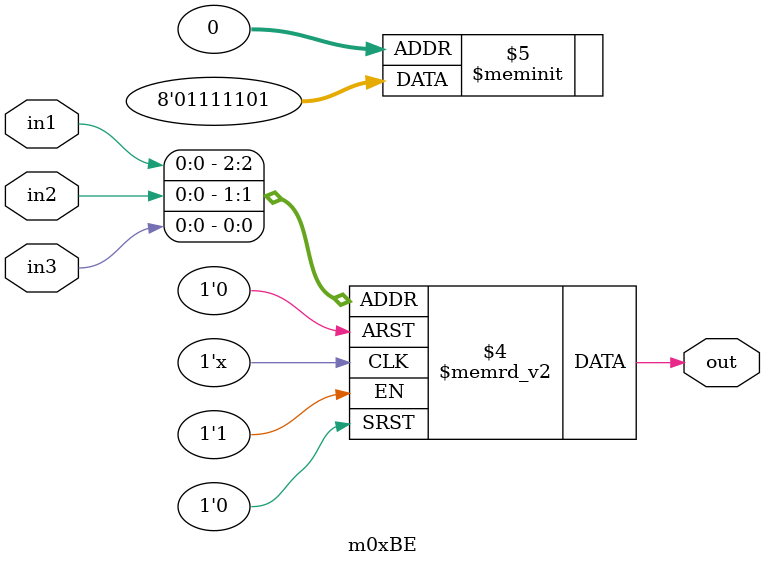
<source format=v>
module m0xBE(output out, input in1, in2, in3);

   always @(in1, in2, in3)
     begin
        case({in1, in2, in3})
          3'b000: {out} = 1'b1;
          3'b001: {out} = 1'b0;
          3'b010: {out} = 1'b1;
          3'b011: {out} = 1'b1;
          3'b100: {out} = 1'b1;
          3'b101: {out} = 1'b1;
          3'b110: {out} = 1'b1;
          3'b111: {out} = 1'b0;
        endcase // case ({in1, in2, in3})
     end // always @ (in1, in2, in3)

endmodule // m0xBE
</source>
